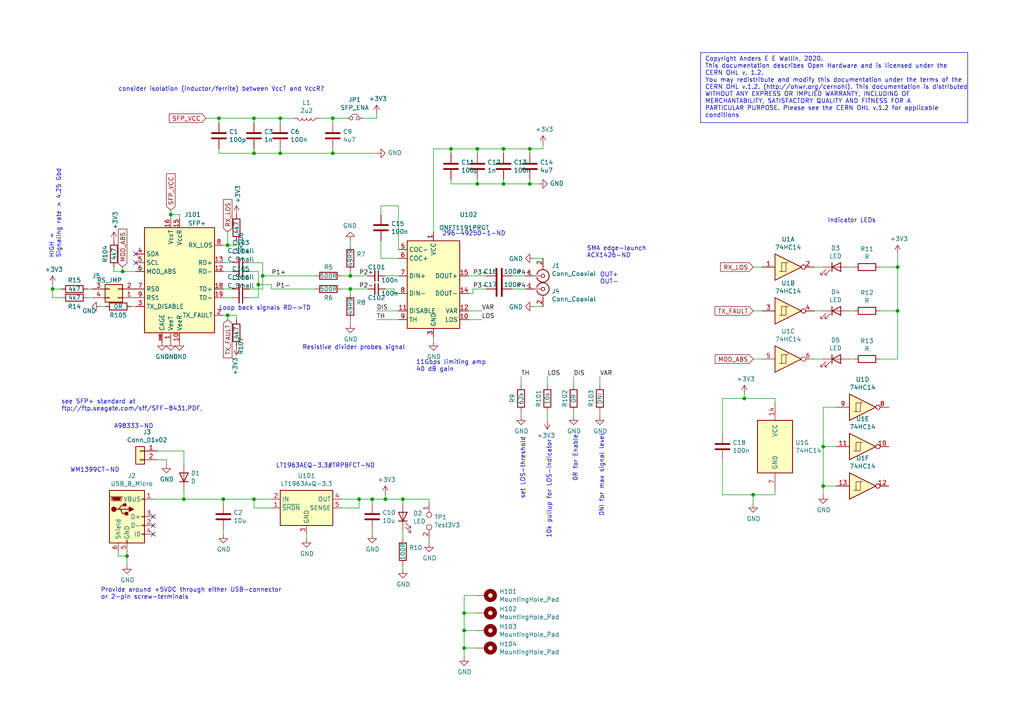
<source format=kicad_sch>
(kicad_sch (version 20230121) (generator eeschema)
  (paper "A4")
  (title_block (title "SFP Loopback Board") (company "Anders.e.e.Wallin \"at\" gmail.com") (comment 1 "2019-04: add 100n caps before ONET-inputs"))
  (lib_symbols
    (symbol "74xx:74HC14" (pin_names (offset 1.016))
      (property "Reference" "U" (at 0 1.27 0))
      (property "Value" "74HC14" (at 0 -1.27 0))
      (symbol "74HC14_1_0"
        (pin input line (at -7.62 0 0) (length 3.81) (name "~") (number "1"))
        (pin output inverted (at 7.62 0 180) (length 3.81) (name "~") (number "2"))
      )
      (symbol "74HC14_2_0"
        (pin input line (at -7.62 0 0) (length 3.81) (name "~") (number "3"))
        (pin output inverted (at 7.62 0 180) (length 3.81) (name "~") (number "4"))
      )
      (symbol "74HC14_3_0"
        (pin input line (at -7.62 0 0) (length 3.81) (name "~") (number "5"))
        (pin output inverted (at 7.62 0 180) (length 3.81) (name "~") (number "6"))
      )
      (symbol "74HC14_4_0"
        (pin output inverted (at 7.62 0 180) (length 3.81) (name "~") (number "8"))
        (pin input line (at -7.62 0 0) (length 3.81) (name "~") (number "9"))
      )
      (symbol "74HC14_5_0"
        (pin output inverted (at 7.62 0 180) (length 3.81) (name "~") (number "10"))
        (pin input line (at -7.62 0 0) (length 3.81) (name "~") (number "11"))
      )
      (symbol "74HC14_6_0"
        (pin output inverted (at 7.62 0 180) (length 3.81) (name "~") (number "12"))
        (pin input line (at -7.62 0 0) (length 3.81) (name "~") (number "13"))
      )
      (symbol "74HC14_7_0"
        (pin power_in line (at 0 12.7 270) (length 5.08) (name "VCC") (number "14"))
        (pin power_in line (at 0 -12.7 90) (length 5.08) (name "GND") (number "7"))
      )
    )
    (symbol "Connector:Conn_Coaxial" (pin_names (offset 1.016) hide)
      (property "Reference" "J" (at 0.254 3.048 0))
      (property "Value" "Conn_Coaxial" (at 2.921 0 90))
      (symbol "Conn_Coaxial_1_1"
        (pin passive line (at -5.08 0 0) (length 2.54) (name "In") (number "1"))
        (pin passive line (at 0 -5.08 90) (length 2.54) (name "Ext") (number "2"))
      )
    )
    (symbol "Connector:TestPoint_2Pole" (pin_names (offset 0.762) hide)
      (property "Reference" "TP" (at 0 1.524 0))
      (property "Value" "TestPoint_2Pole" (at 0 -1.778 0))
      (symbol "TestPoint_2Pole_0_1"
        (pin passive line (at -5.08 0 0) (length 2.54) (name "1") (number "1"))
        (pin passive line (at 5.08 0 180) (length 2.54) (name "2") (number "2"))
      )
    )
    (symbol "Connector_Generic:Conn_01x02" (pin_names (offset 1.016) hide)
      (property "Reference" "J" (at 0 2.54 0))
      (property "Value" "Conn_01x02" (at 0 -5.08 0))
      (symbol "Conn_01x02_1_1"
        (pin passive line (at -5.08 0 0) (length 3.81) (name "Pin_1") (number "1"))
        (pin passive line (at -5.08 -2.54 0) (length 3.81) (name "Pin_2") (number "2"))
      )
    )
    (symbol "Connector_Generic:Conn_02x02_Counter_Clockwise" (pin_names (offset 1.016) hide)
      (property "Reference" "J" (at 1.27 2.54 0))
      (property "Value" "Conn_02x02_Counter_Clockwise" (at 1.27 -5.08 0))
      (symbol "Conn_02x02_Counter_Clockwise_1_1"
        (pin passive line (at -5.08 0 0) (length 3.81) (name "Pin_1") (number "1"))
        (pin passive line (at -5.08 -2.54 0) (length 3.81) (name "Pin_2") (number "2"))
        (pin passive line (at 7.62 -2.54 180) (length 3.81) (name "Pin_3") (number "3"))
        (pin passive line (at 7.62 0 180) (length 3.81) (name "Pin_4") (number "4"))
      )
    )
    (symbol "Device:C" (pin_numbers hide) (pin_names (offset 0.254))
      (property "Reference" "C" (at 0.635 2.54 0))
      (property "Value" "C" (at 0.635 -2.54 0))
      (symbol "C_1_1"
        (pin passive line (at 0 3.81 270) (length 2.794) (name "~") (number "1"))
        (pin passive line (at 0 -3.81 90) (length 2.794) (name "~") (number "2"))
      )
    )
    (symbol "Device:C_Small" (pin_numbers hide) (pin_names (offset 0.254) hide)
      (property "Reference" "C" (at 0.254 1.778 0))
      (property "Value" "C_Small" (at 0.254 -2.032 0))
      (symbol "C_Small_1_1"
        (pin passive line (at 0 2.54 270) (length 2.032) (name "~") (number "1"))
        (pin passive line (at 0 -2.54 90) (length 2.032) (name "~") (number "2"))
      )
    )
    (symbol "Device:D" (pin_numbers hide) (pin_names (offset 1.016) hide)
      (property "Reference" "D" (at 0 2.54 0))
      (property "Value" "D" (at 0 -2.54 0))
      (symbol "D_1_1"
        (pin passive line (at -3.81 0 0) (length 2.54) (name "K") (number "1"))
        (pin passive line (at 3.81 0 180) (length 2.54) (name "A") (number "2"))
      )
    )
    (symbol "Device:L" (pin_numbers hide) (pin_names (offset 1.016) hide)
      (property "Reference" "L" (at -1.27 0 90))
      (property "Value" "L" (at 1.905 0 90))
      (symbol "L_1_1"
        (pin passive line (at 0 3.81 270) (length 1.27) (name "1") (number "1"))
        (pin passive line (at 0 -3.81 90) (length 1.27) (name "2") (number "2"))
      )
    )
    (symbol "Device:LED" (pin_numbers hide) (pin_names (offset 1.016) hide)
      (property "Reference" "D" (at 0 2.54 0))
      (property "Value" "LED" (at 0 -2.54 0))
      (symbol "LED_1_1"
        (pin passive line (at -3.81 0 0) (length 2.54) (name "K") (number "1"))
        (pin passive line (at 3.81 0 180) (length 2.54) (name "A") (number "2"))
      )
    )
    (symbol "Device:R" (pin_numbers hide) (pin_names (offset 0))
      (property "Reference" "R" (at 2.032 0 90))
      (property "Value" "R" (at 0 0 90))
      (symbol "R_1_1"
        (pin passive line (at 0 3.81 270) (length 1.27) (name "~") (number "1"))
        (pin passive line (at 0 -3.81 90) (length 1.27) (name "~") (number "2"))
      )
    )
    (symbol "Interface:ONET1191PRGT"
      (property "Reference" "U" (at -7.62 13.97 0))
      (property "Value" "ONET1191PRGT" (at 8.89 13.97 0))
      (symbol "ONET1191PRGT_1_1"
        (pin power_in line (at 0 15.24 270) (length 2.54) (name "VCC") (number "1"))
        (pin open_collector line (at 10.16 -10.16 180) (length 2.54) (name "LOS") (number "10"))
        (pin input line (at -10.16 -7.62 0) (length 2.54) (name "DISABLE") (number "11"))
        (pin input line (at 10.16 -7.62 180) (length 2.54) (name "VAR") (number "12"))
        (pin passive line (at 0 -15.24 90) (length 2.54) hide (name "GND") (number "13"))
        (pin output line (at 10.16 -2.54 180) (length 2.54) (name "DOUT-") (number "14"))
        (pin output line (at 10.16 2.54 180) (length 2.54) (name "DOUT+") (number "15"))
        (pin passive line (at 0 -15.24 90) (length 2.54) hide (name "GND") (number "16"))
        (pin passive line (at 0 -15.24 90) (length 2.54) hide (name "GND") (number "17"))
        (pin passive line (at 0 15.24 270) (length 2.54) hide (name "VCC") (number "2"))
        (pin power_in line (at 0 -15.24 90) (length 2.54) (name "GND") (number "3"))
        (pin passive line (at 0 -15.24 90) (length 2.54) hide (name "GND") (number "4"))
        (pin passive line (at -10.16 10.16 0) (length 2.54) (name "COC-") (number "5"))
        (pin passive line (at -10.16 7.62 0) (length 2.54) (name "COC+") (number "6"))
        (pin input line (at -10.16 2.54 0) (length 2.54) (name "DIN+") (number "7"))
        (pin input line (at -10.16 -2.54 0) (length 2.54) (name "DIN-") (number "8"))
        (pin input line (at -10.16 -10.16 0) (length 2.54) (name "TH") (number "9"))
      )
    )
    (symbol "Interface_Optical:SFP+"
      (property "Reference" "J" (at -8.89 16.51 0))
      (property "Value" "SFP+" (at 11.43 16.51 0))
      (symbol "SFP+_1_1"
        (pin power_in line (at -2.54 -17.78 90) (length 2.54) (name "VeeT") (number "1"))
        (pin power_in line (at 0 -17.78 90) (length 2.54) (name "VeeR") (number "10"))
        (pin passive line (at 0 -17.78 90) (length 2.54) hide (name "VeeR") (number "11"))
        (pin output line (at 12.7 2.54 180) (length 2.54) (name "RD-") (number "12"))
        (pin output line (at 12.7 5.08 180) (length 2.54) (name "RD+") (number "13"))
        (pin passive line (at 0 -17.78 90) (length 2.54) hide (name "VeeR") (number "14"))
        (pin power_in line (at 0 17.78 270) (length 2.54) (name "VccR") (number "15"))
        (pin power_in line (at -2.54 17.78 270) (length 2.54) (name "VccT") (number "16"))
        (pin passive line (at -2.54 -17.78 90) (length 2.54) hide (name "VeeT") (number "17"))
        (pin input line (at 12.7 -2.54 180) (length 2.54) (name "TD+") (number "18"))
        (pin input line (at 12.7 -5.08 180) (length 2.54) (name "TD-") (number "19"))
        (pin open_collector line (at 12.7 -10.16 180) (length 2.54) (name "TX_FAULT") (number "2"))
        (pin passive line (at -2.54 -17.78 90) (length 2.54) hide (name "VeeT") (number "20"))
        (pin input line (at -12.7 -7.62 0) (length 2.54) (name "TX_DISABLE") (number "3"))
        (pin bidirectional line (at -12.7 7.62 0) (length 2.54) (name "SDA") (number "4"))
        (pin input line (at -12.7 5.08 0) (length 2.54) (name "SCL") (number "5"))
        (pin passive line (at -12.7 2.54 0) (length 2.54) (name "MOD_ABS") (number "6"))
        (pin input line (at -12.7 -2.54 0) (length 2.54) (name "RS0") (number "7"))
        (pin open_collector line (at 12.7 10.16 180) (length 2.54) (name "RX_LOS") (number "8"))
        (pin input line (at -12.7 -5.08 0) (length 2.54) (name "RS1") (number "9"))
        (pin passive line (at -5.08 -17.78 90) (length 2.54) (name "CAGE") (number "CAGE"))
      )
    )
    (symbol "Mechanical:MountingHole_Pad" (pin_numbers hide) (pin_names (offset 1.016) hide)
      (property "Reference" "H" (at 0 6.35 0))
      (property "Value" "MountingHole_Pad" (at 0 4.445 0))
      (symbol "MountingHole_Pad_1_1"
        (pin input line (at 0 -2.54 90) (length 2.54) (name "1") (number "1"))
      )
    )
    (symbol "Regulator_Linear:LT1963AxQ-3.3"
      (property "Reference" "U" (at -7.62 6.35 0))
      (property "Value" "LT1963AxQ-3.3" (at -1.27 6.35 0))
      (symbol "LT1963AxQ-3.3_1_1"
        (pin input line (at -10.16 0 0) (length 2.54) (name "~{SHDN}") (number "1"))
        (pin power_in line (at -10.16 2.54 0) (length 2.54) (name "IN") (number "2"))
        (pin power_in line (at 0 -7.62 90) (length 2.54) (name "GND") (number "3"))
        (pin power_out line (at 10.16 2.54 180) (length 2.54) (name "OUT") (number "4"))
        (pin input line (at 10.16 0 180) (length 2.54) (name "SENSE") (number "5"))
      )
    )
    (symbol "power:+3V3" (power) (pin_names (offset 0))
      (property "Value" "+3V3" (at 0 3.556 0))
      (symbol "+3V3_1_1"
        (pin power_in line (at 0 0 90) (length 0) hide (name "+3V3") (number "1"))
      )
    )
    (symbol "power:GND" (power) (pin_names (offset 0))
      (property "Value" "GND" (at 0 -3.81 0))
      (symbol "GND_1_1"
        (pin power_in line (at 0 0 270) (length 0) hide (name "GND") (number "1"))
      )
    )
    (symbol "sfp_loopback-rescue:Jumper_NC_Small-Device" (pin_numbers hide) (pin_names (offset 0.762) hide)
      (property "Reference" "JP" (at 0 2.032 0))
      (property "Value" "Device_Jumper_NC_Small" (at 0.254 -1.524 0))
      (symbol "Jumper_NC_Small-Device_0_1"
        (pin passive line (at -2.54 0 0) (length 1.016) (name "1") (number "1"))
        (pin passive line (at 2.54 0 180) (length 1.016) (name "2") (number "2"))
      )
    )
    (symbol "sfp_loopback-rescue:USB_B_Micro-Connector" (pin_names (offset 1.016))
      (property "Reference" "J" (at -5.08 11.43 0))
      (property "Value" "Connector_USB_B_Micro" (at -5.08 8.89 0))
      (symbol "USB_B_Micro-Connector_1_1"
        (pin power_out line (at 7.62 5.08 180) (length 2.54) (name "VBUS") (number "1"))
        (pin passive line (at 7.62 -2.54 180) (length 2.54) (name "D-") (number "2"))
        (pin passive line (at 7.62 0 180) (length 2.54) (name "D+") (number "3"))
        (pin passive line (at 7.62 -5.08 180) (length 2.54) (name "ID") (number "4"))
        (pin power_out line (at 0 -10.16 90) (length 2.54) (name "GND") (number "5"))
        (pin passive line (at -2.54 -10.16 90) (length 2.54) (name "Shield") (number "6"))
      )
    )
  )
  (junction (at 116.84 144.78))
  (junction (at 138.43 43.18))
  (junction (at 73.66 44.45))
  (junction (at 73.66 34.29))
  (junction (at 238.76 129.54))
  (junction (at 101.6 83.82))
  (junction (at 96.52 44.45))
  (junction (at 134.62 182.88))
  (junction (at 73.66 144.78))
  (junction (at 66.04 91.44))
  (junction (at 76.2 80.01))
  (junction (at 130.81 43.18))
  (junction (at 49.53 62.23))
  (junction (at 107.95 144.78))
  (junction (at 153.67 43.18))
  (junction (at 134.62 177.8))
  (junction (at 260.35 90.17))
  (junction (at 218.44 143.51))
  (junction (at 96.52 34.29))
  (junction (at 15.24 83.82))
  (junction (at 81.28 44.45))
  (junction (at 64.77 144.78))
  (junction (at 81.28 34.29))
  (junction (at 101.6 80.01))
  (junction (at 260.35 77.47))
  (junction (at 35.56 78.74))
  (junction (at 134.62 187.96))
  (junction (at 66.04 71.12))
  (junction (at 238.76 140.97))
  (junction (at 36.83 161.29))
  (junction (at 104.14 144.78))
  (junction (at 111.76 144.78))
  (junction (at 146.05 53.34))
  (junction (at 74.93 82.55))
  (junction (at 53.34 144.78))
  (junction (at 138.43 53.34))
  (junction (at 215.9 115.57))
  (junction (at 63.5 34.29))
  (junction (at 146.05 43.18))
  (junction (at 153.67 53.34))
  (no_connect (at 44.45 149.86))
  (no_connect (at 39.37 76.2))
  (no_connect (at 44.45 154.94))
  (no_connect (at 44.45 152.4))
  (no_connect (at 39.37 73.66))
  (wire (pts (xy 73.66 147.32) (xy 73.66 144.78)))
  (polyline (pts (xy 203.2 35.56) (xy 203.2 15.24)))
  (wire (pts (xy 73.66 34.29) (xy 63.5 34.29)))
  (wire (pts (xy 116.84 156.21) (xy 116.84 153.67)))
  (wire (pts (xy 78.74 83.82) (xy 91.44 83.82)))
  (wire (pts (xy 115.57 74.93) (xy 110.49 74.93)))
  (wire (pts (xy 63.5 34.29) (xy 59.69 34.29)))
  (wire (pts (xy 260.35 73.66) (xy 260.35 77.47)))
  (wire (pts (xy 81.28 34.29) (xy 73.66 34.29)))
  (wire (pts (xy 260.35 77.47) (xy 255.27 77.47)))
  (wire (pts (xy 66.04 91.44) (xy 68.58 91.44)))
  (wire (pts (xy 138.43 182.88) (xy 134.62 182.88)))
  (wire (pts (xy 242.57 129.54) (xy 238.76 129.54)))
  (wire (pts (xy 152.4 83.82) (xy 148.59 83.82)))
  (wire (pts (xy 100.33 34.29) (xy 96.52 34.29)))
  (wire (pts (xy 15.24 86.36) (xy 17.78 86.36)))
  (wire (pts (xy 130.81 43.18) (xy 130.81 44.45)))
  (wire (pts (xy 138.43 187.96) (xy 134.62 187.96)))
  (wire (pts (xy 125.73 99.06) (xy 125.73 97.79)))
  (wire (pts (xy 96.52 43.18) (xy 96.52 44.45)))
  (wire (pts (xy 115.57 59.69) (xy 110.49 59.69)))
  (wire (pts (xy 157.48 88.9) (xy 154.94 88.9)))
  (wire (pts (xy 130.81 43.18) (xy 138.43 43.18)))
  (wire (pts (xy 125.73 43.18) (xy 130.81 43.18)))
  (wire (pts (xy 68.58 91.44) (xy 68.58 92.71)))
  (wire (pts (xy 53.34 142.24) (xy 53.34 144.78)))
  (wire (pts (xy 220.98 77.47) (xy 218.44 77.47)))
  (wire (pts (xy 73.66 44.45) (xy 63.5 44.45)))
  (wire (pts (xy 238.76 77.47) (xy 236.22 77.47)))
  (wire (pts (xy 25.4 83.82) (xy 26.67 83.82)))
  (wire (pts (xy 72.39 86.36) (xy 74.93 86.36)))
  (wire (pts (xy 135.89 80.01) (xy 140.97 80.01)))
  (wire (pts (xy 110.49 62.23) (xy 110.49 59.69)))
  (wire (pts (xy 66.04 67.31) (xy 66.04 71.12)))
  (wire (pts (xy 81.28 44.45) (xy 73.66 44.45)))
  (wire (pts (xy 99.06 144.78) (xy 104.14 144.78)))
  (wire (pts (xy 124.46 144.78) (xy 116.84 144.78)))
  (polyline (pts (xy 280.67 35.56) (xy 203.2 35.56)))
  (wire (pts (xy 106.68 83.82) (xy 101.6 83.82)))
  (wire (pts (xy 140.97 83.82) (xy 137.16 83.82)))
  (wire (pts (xy 52.07 63.5) (xy 52.07 62.23)))
  (wire (pts (xy 247.65 90.17) (xy 246.38 90.17)))
  (wire (pts (xy 107.95 144.78) (xy 107.95 146.05)))
  (wire (pts (xy 78.74 83.82) (xy 78.74 82.55)))
  (wire (pts (xy 157.48 74.93) (xy 154.94 74.93)))
  (wire (pts (xy 48.26 133.35) (xy 48.26 134.62)))
  (wire (pts (xy 238.76 90.17) (xy 236.22 90.17)))
  (wire (pts (xy 109.22 34.29) (xy 105.41 34.29)))
  (wire (pts (xy 124.46 146.05) (xy 124.46 144.78)))
  (wire (pts (xy 35.56 78.74) (xy 35.56 77.47)))
  (wire (pts (xy 106.68 80.01) (xy 101.6 80.01)))
  (wire (pts (xy 220.98 104.14) (xy 218.44 104.14)))
  (wire (pts (xy 153.67 43.18) (xy 153.67 44.45)))
  (wire (pts (xy 224.79 115.57) (xy 215.9 115.57)))
  (wire (pts (xy 91.44 80.01) (xy 76.2 80.01)))
  (wire (pts (xy 67.31 76.2) (xy 64.77 76.2)))
  (wire (pts (xy 146.05 53.34) (xy 138.43 53.34)))
  (wire (pts (xy 215.9 115.57) (xy 215.9 114.3)))
  (wire (pts (xy 53.34 134.62) (xy 53.34 130.81)))
  (wire (pts (xy 153.67 53.34) (xy 153.67 52.07)))
  (wire (pts (xy 36.83 161.29) (xy 36.83 163.83)))
  (wire (pts (xy 101.6 83.82) (xy 99.06 83.82)))
  (wire (pts (xy 25.4 86.36) (xy 26.67 86.36)))
  (wire (pts (xy 146.05 53.34) (xy 146.05 52.07)))
  (wire (pts (xy 76.2 76.2) (xy 72.39 76.2)))
  (wire (pts (xy 153.67 53.34) (xy 146.05 53.34)))
  (wire (pts (xy 166.37 111.76) (xy 166.37 109.22)))
  (wire (pts (xy 134.62 187.96) (xy 134.62 190.5)))
  (wire (pts (xy 146.05 43.18) (xy 153.67 43.18)))
  (wire (pts (xy 104.14 147.32) (xy 104.14 144.78)))
  (wire (pts (xy 146.05 43.18) (xy 146.05 44.45)))
  (wire (pts (xy 15.24 83.82) (xy 17.78 83.82)))
  (wire (pts (xy 74.93 86.36) (xy 74.93 82.55)))
  (wire (pts (xy 73.66 35.56) (xy 73.66 34.29)))
  (polyline (pts (xy 280.67 15.24) (xy 280.67 35.56)))
  (wire (pts (xy 15.24 82.55) (xy 15.24 83.82)))
  (wire (pts (xy 111.76 144.78) (xy 107.95 144.78)))
  (wire (pts (xy 111.76 144.78) (xy 116.84 144.78)))
  (wire (pts (xy 64.77 91.44) (xy 66.04 91.44)))
  (wire (pts (xy 96.52 34.29) (xy 92.71 34.29)))
  (wire (pts (xy 152.4 80.01) (xy 148.59 80.01)))
  (wire (pts (xy 209.55 115.57) (xy 209.55 125.73)))
  (wire (pts (xy 101.6 85.09) (xy 101.6 83.82)))
  (wire (pts (xy 157.48 41.91) (xy 157.48 43.18)))
  (wire (pts (xy 76.2 83.82) (xy 76.2 80.01)))
  (wire (pts (xy 135.89 92.71) (xy 139.7 92.71)))
  (wire (pts (xy 36.83 160.02) (xy 36.83 161.29)))
  (wire (pts (xy 224.79 116.84) (xy 224.79 115.57)))
  (wire (pts (xy 49.53 62.23) (xy 49.53 63.5)))
  (wire (pts (xy 138.43 177.8) (xy 134.62 177.8)))
  (wire (pts (xy 115.57 72.39) (xy 115.57 59.69)))
  (wire (pts (xy 34.29 160.02) (xy 34.29 161.29)))
  (wire (pts (xy 134.62 182.88) (xy 134.62 187.96)))
  (wire (pts (xy 242.57 140.97) (xy 238.76 140.97)))
  (wire (pts (xy 111.76 80.01) (xy 115.57 80.01)))
  (wire (pts (xy 137.16 85.09) (xy 137.16 83.82)))
  (wire (pts (xy 45.72 133.35) (xy 48.26 133.35)))
  (wire (pts (xy 30.48 88.9) (xy 29.21 88.9)))
  (wire (pts (xy 116.84 144.78) (xy 116.84 146.05)))
  (wire (pts (xy 67.31 83.82) (xy 64.77 83.82)))
  (wire (pts (xy 156.21 53.34) (xy 153.67 53.34)))
  (wire (pts (xy 34.29 161.29) (xy 36.83 161.29)))
  (wire (pts (xy 224.79 142.24) (xy 224.79 143.51)))
  (wire (pts (xy 138.43 172.72) (xy 134.62 172.72)))
  (wire (pts (xy 107.95 154.94) (xy 107.95 153.67)))
  (polyline (pts (xy 203.2 15.24) (xy 280.67 15.24)))
  (wire (pts (xy 115.57 92.71) (xy 109.22 92.71)))
  (wire (pts (xy 33.02 78.74) (xy 33.02 77.47)))
  (wire (pts (xy 66.04 92.71) (xy 66.04 91.44)))
  (wire (pts (xy 166.37 120.65) (xy 166.37 119.38)))
  (wire (pts (xy 260.35 90.17) (xy 255.27 90.17)))
  (wire (pts (xy 238.76 104.14) (xy 236.22 104.14)))
  (wire (pts (xy 247.65 104.14) (xy 246.38 104.14)))
  (wire (pts (xy 114.3 83.82) (xy 111.76 83.82)))
  (wire (pts (xy 238.76 118.11) (xy 238.76 129.54)))
  (wire (pts (xy 135.89 90.17) (xy 139.7 90.17)))
  (wire (pts (xy 110.49 74.93) (xy 110.49 69.85)))
  (wire (pts (xy 135.89 85.09) (xy 137.16 85.09)))
  (wire (pts (xy 125.73 43.18) (xy 125.73 67.31)))
  (wire (pts (xy 138.43 43.18) (xy 146.05 43.18)))
  (wire (pts (xy 78.74 82.55) (xy 74.93 82.55)))
  (wire (pts (xy 73.66 144.78) (xy 78.74 144.78)))
  (wire (pts (xy 260.35 104.14) (xy 255.27 104.14)))
  (wire (pts (xy 260.35 90.17) (xy 260.35 104.14)))
  (wire (pts (xy 15.24 86.36) (xy 15.24 83.82)))
  (wire (pts (xy 157.48 43.18) (xy 153.67 43.18)))
  (wire (pts (xy 64.77 144.78) (xy 73.66 144.78)))
  (wire (pts (xy 134.62 177.8) (xy 134.62 182.88)))
  (wire (pts (xy 173.99 120.65) (xy 173.99 119.38)))
  (wire (pts (xy 63.5 35.56) (xy 63.5 34.29)))
  (wire (pts (xy 74.93 78.74) (xy 72.39 78.74)))
  (wire (pts (xy 218.44 143.51) (xy 218.44 146.05)))
  (wire (pts (xy 101.6 71.12) (xy 101.6 69.85)))
  (wire (pts (xy 224.79 143.51) (xy 218.44 143.51)))
  (wire (pts (xy 158.75 111.76) (xy 158.75 109.22)))
  (wire (pts (xy 151.13 120.65) (xy 151.13 119.38)))
  (wire (pts (xy 130.81 53.34) (xy 130.81 52.07)))
  (wire (pts (xy 109.22 44.45) (xy 96.52 44.45)))
  (wire (pts (xy 64.77 146.05) (xy 64.77 144.78)))
  (wire (pts (xy 44.45 144.78) (xy 53.34 144.78)))
  (wire (pts (xy 111.76 143.51) (xy 111.76 144.78)))
  (wire (pts (xy 85.09 34.29) (xy 81.28 34.29)))
  (wire (pts (xy 39.37 88.9) (xy 38.1 88.9)))
  (wire (pts (xy 35.56 78.74) (xy 33.02 78.74)))
  (wire (pts (xy 238.76 129.54) (xy 238.76 140.97)))
  (wire (pts (xy 39.37 78.74) (xy 35.56 78.74)))
  (wire (pts (xy 101.6 80.01) (xy 99.06 80.01)))
  (wire (pts (xy 116.84 165.1) (xy 116.84 163.83)))
  (wire (pts (xy 115.57 90.17) (xy 109.22 90.17)))
  (wire (pts (xy 81.28 43.18) (xy 81.28 44.45)))
  (wire (pts (xy 151.13 109.22) (xy 151.13 111.76)))
  (wire (pts (xy 63.5 44.45) (xy 63.5 43.18)))
  (wire (pts (xy 104.14 144.78) (xy 107.95 144.78)))
  (wire (pts (xy 45.72 130.81) (xy 53.34 130.81)))
  (wire (pts (xy 138.43 53.34) (xy 130.81 53.34)))
  (wire (pts (xy 242.57 118.11) (xy 238.76 118.11)))
  (wire (pts (xy 247.65 77.47) (xy 246.38 77.47)))
  (wire (pts (xy 81.28 35.56) (xy 81.28 34.29)))
  (wire (pts (xy 73.66 43.18) (xy 73.66 44.45)))
  (wire (pts (xy 88.9 156.21) (xy 88.9 154.94)))
  (wire (pts (xy 78.74 147.32) (xy 73.66 147.32)))
  (wire (pts (xy 158.75 119.38) (xy 158.75 121.92)))
  (wire (pts (xy 96.52 44.45) (xy 81.28 44.45)))
  (wire (pts (xy 109.22 33.02) (xy 109.22 34.29)))
  (wire (pts (xy 134.62 172.72) (xy 134.62 177.8)))
  (wire (pts (xy 220.98 90.17) (xy 218.44 90.17)))
  (wire (pts (xy 76.2 80.01) (xy 76.2 76.2)))
  (wire (pts (xy 96.52 35.56) (xy 96.52 34.29)))
  (wire (pts (xy 74.93 82.55) (xy 74.93 78.74)))
  (wire (pts (xy 64.77 154.94) (xy 64.77 153.67)))
  (wire (pts (xy 173.99 111.76) (xy 173.99 109.22)))
  (wire (pts (xy 66.04 71.12) (xy 64.77 71.12)))
  (wire (pts (xy 124.46 157.48) (xy 124.46 156.21)))
  (wire (pts (xy 67.31 78.74) (xy 64.77 78.74)))
  (wire (pts (xy 238.76 140.97) (xy 238.76 143.51)))
  (wire (pts (xy 115.57 85.09) (xy 114.3 85.09)))
  (wire (pts (xy 101.6 78.74) (xy 101.6 80.01)))
  (wire (pts (xy 209.55 143.51) (xy 209.55 133.35)))
  (wire (pts (xy 114.3 85.09) (xy 114.3 83.82)))
  (wire (pts (xy 260.35 77.47) (xy 260.35 90.17)))
  (wire (pts (xy 215.9 115.57) (xy 209.55 115.57)))
  (wire (pts (xy 138.43 43.18) (xy 138.43 44.45)))
  (wire (pts (xy 138.43 53.34) (xy 138.43 52.07)))
  (wire (pts (xy 68.58 69.85) (xy 68.58 71.12)))
  (wire (pts (xy 99.06 147.32) (xy 104.14 147.32)))
  (wire (pts (xy 218.44 143.51) (xy 209.55 143.51)))
  (wire (pts (xy 101.6 93.98) (xy 101.6 92.71)))
  (wire (pts (xy 53.34 144.78) (xy 64.77 144.78)))
  (wire (pts (xy 68.58 71.12) (xy 66.04 71.12)))
  (wire (pts (xy 49.53 60.96) (xy 49.53 62.23)))
  (wire (pts (xy 72.39 83.82) (xy 76.2 83.82)))
  (wire (pts (xy 52.07 62.23) (xy 49.53 62.23)))
  (wire (pts (xy 67.31 86.36) (xy 64.77 86.36)))
  (text "consider isolation (inductor/ferrite) between VccT and VccR?" (at 34.29 26.67 0) (effects (font (size 1.27 1.27)) (justify left bottom)))
  (text "Copyright Anders E E Wallin, 2020.\nThis documentation describes Open Hardware and is licensed under the\nCERN OHL v. 1.2.\nYou may redistribute and modify this documentation under the terms of the\nCERN OHL v.1.2. (http://ohwr.org/cernohl). This documentation is distributed\nWITHOUT ANY EXPRESS OR IMPLIED WARRANTY, INCLUDING OF\nMERCHANTABILITY, SATISFACTORY QUALITY AND FITNESS FOR A\nPARTICULAR PURPOSE. Please see the CERN OHL v.1.2 for applicable\nconditions\n" (at 204.47 34.29 0) (effects (font (size 1.27 1.27)) (justify left bottom)))
  (text "10k pullup for LOS-indicator" (at 160.02 156.21 90) (effects (font (size 1.27 1.27)) (justify left bottom)))
  (text "LT1963AEQ-3.3#TRPBFCT-ND" (at 80.01 135.89 0) (effects (font (size 1.27 1.27)) (justify left bottom)))
  (text "Indicator LEDs" (at 240.03 64.77 0) (effects (font (size 1.27 1.27)) (justify left bottom)))
  (text "A98333-ND" (at 33.02 124.46 0) (effects (font (size 1.27 1.27)) (justify left bottom)))
  (text "WM1399CT-ND" (at 20.32 137.16 0) (effects (font (size 1.27 1.27)) (justify left bottom)))
  (text "set LOS-threshold" (at 152.4 144.78 90) (effects (font (size 1.27 1.27)) (justify left bottom)))
  (text "0R for Enable" (at 167.64 139.7 90) (effects (font (size 1.27 1.27)) (justify left bottom)))
  (text "DNI for max signal level" (at 175.26 149.86 90) (effects (font (size 1.27 1.27)) (justify left bottom)))
  (text "HIGH =\nSignaling rate > 4.25 Gbd" (at 17.78 74.93 90) (effects (font (size 1.27 1.27)) (justify left bottom)))
  (text "SMA edge-launch\nACX1426-ND" (at 170.18 74.93 0) (effects (font (size 1.27 1.27)) (justify left bottom)))
  (text "see SFP+ standard at\nftp://ftp.seagate.com/sff/SFF-8431.PDF," (at 17.78 119.38 0) (effects (font (size 1.27 1.27)) (justify left bottom)))
  (text "OUT+\nOUT-" (at 173.99 82.55 0) (effects (font (size 1.27 1.27)) (justify left bottom)))
  (text "Provide around +5VDC through either USB-connector\nor 2-pin screw-terminals" (at 29.21 173.99 0) (effects (font (size 1.27 1.27)) (justify left bottom)))
  (text "11Gbps limiting amp\n40 dB gain" (at 120.65 107.95 0) (effects (font (size 1.27 1.27)) (justify left bottom)))
  (text "Loop back signals RD->TD" (at 63.5 90.17 0) (effects (font (size 1.27 1.27)) (justify left bottom)))
  (text "Resistive divider probes signal" (at 87.63 101.6 0) (effects (font (size 1.27 1.27)) (justify left bottom)))
  (text "296-49250-1-ND" (at 128.27 68.58 0) (effects (font (size 1.27 1.27)) (justify left bottom)))
  (label "LOS" (at 139.7 92.71 0))
  (label "P4-" (at 149.86 83.82 0))
  (label "TH" (at 109.22 92.71 0))
  (label "DIS" (at 166.37 109.22 0))
  (label "VAR" (at 173.99 109.22 0))
  (label "P3-" (at 137.16 83.82 0))
  (label "TH" (at 151.13 109.22 0))
  (label "P1-" (at 80.01 83.82 0))
  (label "P3+" (at 137.16 80.01 0))
  (label "LOS" (at 158.75 109.22 0))
  (label "VAR" (at 139.7 90.17 0))
  (label "P2+" (at 104.14 80.01 0))
  (label "P4+" (at 149.86 80.01 0))
  (label "P1+" (at 78.74 80.01 0))
  (label "P2-" (at 104.14 83.82 0))
  (label "DIS" (at 109.22 90.17 0))
  (global_label "MOD_ABS" (shape input) (at 35.56 77.47 90) (property "Intersheetrefs" "${INTERSHEET_REFS}" (effects hide)))
  (global_label "SFP_VCC" (shape input) (at 59.69 34.29 180) (property "Intersheetrefs" "${INTERSHEET_REFS}" (effects hide)))
  (global_label "TX_FAULT" (shape input) (at 218.44 90.17 180) (property "Intersheetrefs" "${INTERSHEET_REFS}" (effects hide)))
  (global_label "SFP_VCC" (shape input) (at 49.53 60.96 90) (property "Intersheetrefs" "${INTERSHEET_REFS}" (effects hide)))
  (global_label "RX_LOS" (shape input) (at 66.04 67.31 90) (property "Intersheetrefs" "${INTERSHEET_REFS}" (effects hide)))
  (global_label "MOD_ABS" (shape input) (at 218.44 104.14 180) (property "Intersheetrefs" "${INTERSHEET_REFS}" (effects hide)))
  (global_label "TX_FAULT" (shape input) (at 66.04 92.71 270) (property "Intersheetrefs" "${INTERSHEET_REFS}" (effects hide)))
  (global_label "RX_LOS" (shape input) (at 218.44 77.47 180) (property "Intersheetrefs" "${INTERSHEET_REFS}" (effects hide)))
  (symbol (lib_id "Connector:Conn_Coaxial") (at 157.48 80.01 0) (mirror x) (unit 1)
    (property "Reference" "J1" (at 159.9946 77.0636 0) (effects (justify left)))
    (property "Value" "Conn_Coaxial" (at 159.9946 79.375 0) (effects (justify left)))
    (property "Footprint" "Connector_Coaxial:SMA_Amphenol_132289_EdgeMount" (effects hide))
    (property "Datasheet" " ~" (effects hide))
  )
  (symbol (lib_id "Device:R") (at 95.25 83.82 270) (unit 1)
    (property "Reference" "R6" (at 95.25 86.36 90))
    (property "Value" "500R" (at 95.25 83.82 90))
    (property "Footprint" "Resistors_SMD:R_0402" (effects hide))
  )
  (symbol (lib_id "Device:R") (at 101.6 88.9 180) (unit 1)
    (property "Reference" "R8" (at 103.378 87.7316 0) (effects (justify right)))
    (property "Value" "49R9" (at 101.6 91.44 90) (effects (justify right)))
    (property "Footprint" "Resistors_SMD:R_0402" (effects hide))
  )
  (symbol (lib_id "Device:R") (at 95.25 80.01 90) (unit 1)
    (property "Reference" "R5" (at 95.25 77.47 90))
    (property "Value" "500R" (at 95.25 80.01 90))
    (property "Footprint" "Resistors_SMD:R_0402" (effects hide))
  )
  (symbol (lib_id "Device:R") (at 101.6 74.93 0) (unit 1)
    (property "Reference" "R7" (at 103.378 73.7616 0) (effects (justify left)))
    (property "Value" "49R9" (at 101.6 77.47 90) (effects (justify left)))
    (property "Footprint" "Resistors_SMD:R_0402" (effects hide))
  )
  (symbol (lib_id "Device:C") (at 144.78 83.82 270) (unit 1)
    (property "Reference" "C17" (at 142.24 82.55 90))
    (property "Value" "100n" (at 148.59 82.55 90))
    (property "Footprint" "Capacitors_SMD:C_0805" (effects hide))
  )
  (symbol (lib_id "Device:C") (at 144.78 80.01 270) (unit 1)
    (property "Reference" "C16" (at 142.24 78.74 90))
    (property "Value" "100n" (at 148.59 78.74 90))
    (property "Footprint" "Capacitors_SMD:C_0805" (effects hide))
  )
  (symbol (lib_id "Connector:Conn_Coaxial") (at 157.48 83.82 0) (unit 1)
    (property "Reference" "J4" (at 159.9946 84.4296 0) (effects (justify left)))
    (property "Value" "Conn_Coaxial" (at 159.9946 86.741 0) (effects (justify left)))
    (property "Footprint" "Connector_Coaxial:SMA_Amphenol_132289_EdgeMount" (effects hide))
    (property "Datasheet" " ~" (effects hide))
  )
  (symbol (lib_id "Device:C") (at 110.49 66.04 180) (unit 1)
    (property "Reference" "C15" (at 113.411 64.8716 0) (effects (justify right)))
    (property "Value" "100n" (at 113.411 67.183 0) (effects (justify right)))
    (property "Footprint" "Capacitors_SMD:C_0402" (effects hide))
  )
  (symbol (lib_id "Device:C") (at 130.81 48.26 180) (unit 1)
    (property "Reference" "C11" (at 133.731 47.0916 0) (effects (justify right)))
    (property "Value" "100p" (at 133.731 49.403 0) (effects (justify right)))
    (property "Footprint" "Capacitors_SMD:C_0805" (effects hide))
  )
  (symbol (lib_id "Device:C") (at 138.43 48.26 180) (unit 1)
    (property "Reference" "C12" (at 141.351 47.0916 0) (effects (justify right)))
    (property "Value" "1n" (at 141.351 49.403 0) (effects (justify right)))
    (property "Footprint" "Capacitors_SMD:C_0805" (effects hide))
  )
  (symbol (lib_id "Device:C") (at 146.05 48.26 180) (unit 1)
    (property "Reference" "C13" (at 148.971 47.0916 0) (effects (justify right)))
    (property "Value" "100n" (at 148.971 49.403 0) (effects (justify right)))
    (property "Footprint" "Capacitors_SMD:C_0805" (effects hide))
  )
  (symbol (lib_id "Device:C") (at 153.67 48.26 180) (unit 1)
    (property "Reference" "C14" (at 156.591 47.0916 0) (effects (justify right)))
    (property "Value" "4u7" (at 156.591 49.403 0) (effects (justify right)))
    (property "Footprint" "Capacitors_SMD:C_0805" (effects hide))
  )
  (symbol (lib_id "power:GND") (at 156.21 53.34 90) (unit 1)
    (property "Reference" "#PWR0102" (effects hide))
    (property "Value" "GND" (at 159.4612 53.213 90) (effects (justify right)))
  )
  (symbol (lib_id "power:+3V3") (at 157.48 41.91 0) (unit 1)
    (property "Reference" "#PWR0103" (effects hide))
    (property "Value" "+3V3" (at 157.861 37.5158 0))
  )
  (symbol (lib_id "power:GND") (at 125.73 99.06 0) (unit 1)
    (property "Reference" "#PWR0104" (effects hide))
    (property "Value" "GND" (at 125.857 103.4542 0))
  )
  (symbol (lib_id "Device:R") (at 151.13 115.57 180) (unit 1)
    (property "Reference" "R9" (at 148.59 115.57 90))
    (property "Value" "62k" (at 151.13 115.57 90))
    (property "Footprint" "Resistor_SMD:R_0805_2012Metric" (effects hide))
  )
  (symbol (lib_id "power:GND") (at 154.94 88.9 270) (unit 1)
    (property "Reference" "#PWR0112" (effects hide))
    (property "Value" "GND" (at 151.6888 89.027 90) (effects (justify right)))
  )
  (symbol (lib_id "power:GND") (at 154.94 74.93 270) (unit 1)
    (property "Reference" "#PWR0113" (effects hide))
    (property "Value" "GND" (at 151.6888 75.057 90) (effects (justify right)))
  )
  (symbol (lib_id "Mechanical:MountingHole_Pad") (at 140.97 187.96 270) (unit 1)
    (property "Reference" "H104" (at 144.78 186.7916 90) (effects (justify left)))
    (property "Value" "MountingHole_Pad" (at 144.78 189.103 90) (effects (justify left)))
    (property "Footprint" "MountingHole:MountingHole_3.2mm_M3_DIN965_Pad" (effects hide))
  )
  (symbol (lib_id "Mechanical:MountingHole_Pad") (at 140.97 182.88 270) (unit 1)
    (property "Reference" "H103" (at 144.78 181.7116 90) (effects (justify left)))
    (property "Value" "MountingHole_Pad" (at 144.78 184.023 90) (effects (justify left)))
    (property "Footprint" "MountingHole:MountingHole_3.2mm_M3_DIN965_Pad" (effects hide))
  )
  (symbol (lib_id "Mechanical:MountingHole_Pad") (at 140.97 177.8 270) (unit 1)
    (property "Reference" "H102" (at 144.78 176.6316 90) (effects (justify left)))
    (property "Value" "MountingHole_Pad" (at 144.78 178.943 90) (effects (justify left)))
    (property "Footprint" "MountingHole:MountingHole_3.2mm_M3_DIN965_Pad" (effects hide))
  )
  (symbol (lib_id "Mechanical:MountingHole_Pad") (at 140.97 172.72 270) (unit 1)
    (property "Reference" "H101" (at 144.78 171.5516 90) (effects (justify left)))
    (property "Value" "MountingHole_Pad" (at 144.78 173.863 90) (effects (justify left)))
    (property "Footprint" "MountingHole:MountingHole_3.2mm_M3_DIN965_Pad" (effects hide))
  )
  (symbol (lib_id "power:GND") (at 134.62 190.5 0) (unit 1)
    (property "Reference" "#PWR0131" (effects hide))
    (property "Value" "GND" (at 134.747 194.8942 0))
  )
  (symbol (lib_id "power:GND") (at 101.6 69.85 180) (unit 1)
    (property "Reference" "#PWR0114" (effects hide))
    (property "Value" "GND" (at 101.473 65.4558 0))
  )
  (symbol (lib_id "power:GND") (at 101.6 93.98 0) (unit 1)
    (property "Reference" "#PWR0115" (effects hide))
    (property "Value" "GND" (at 101.727 98.3742 0))
  )
  (symbol (lib_id "power:GND") (at 151.13 120.65 0) (unit 1)
    (property "Reference" "#PWR0106" (effects hide))
    (property "Value" "GND" (at 151.257 125.0442 0))
  )
  (symbol (lib_id "sfp_loopback-rescue:USB_B_Micro-Connector") (at 36.83 149.86 0) (unit 1)
    (property "Reference" "J2" (at 38.227 137.9982 0))
    (property "Value" "USB_B_Micro" (at 38.227 140.3096 0))
    (property "Footprint" "Connectors_USB:USB_Micro-B_Molex-105017-0001" (effects hide))
  )
  (symbol (lib_id "Connector_Generic:Conn_01x02") (at 40.64 130.81 0) (mirror y) (unit 1)
    (property "Reference" "J3" (at 42.672 125.2982 0))
    (property "Value" "Conn_01x02" (at 42.672 127.6096 0))
    (property "Footprint" "Pin_Headers:Pin_Header_Straight_1x02_Pitch2.54mm" (effects hide))
  )
  (symbol (lib_id "power:GND") (at 36.83 163.83 0) (unit 1)
    (property "Reference" "#PWR0120" (effects hide))
    (property "Value" "GND" (at 36.957 168.2242 0))
  )
  (symbol (lib_id "74xx:74HC14") (at 228.6 77.47 0) (unit 1)
    (property "Reference" "U1" (at 228.6 69.4182 0))
    (property "Value" "74HC14" (at 228.6 71.7296 0))
    (property "Footprint" "Housings_SSOP:TSSOP-14_4.4x5mm_Pitch0.65mm" (effects hide))
    (property "Datasheet" "http://www.ti.com/lit/gpn/sn74HC14" (effects hide))
  )
  (symbol (lib_id "74xx:74HC14") (at 228.6 90.17 0) (unit 2)
    (property "Reference" "U1" (at 228.6 82.1182 0))
    (property "Value" "74HC14" (at 228.6 84.4296 0))
    (property "Footprint" "Housings_SSOP:TSSOP-14_4.4x5mm_Pitch0.65mm" (effects hide))
    (property "Datasheet" "http://www.ti.com/lit/gpn/sn74HC14" (effects hide))
  )
  (symbol (lib_id "74xx:74HC14") (at 228.6 104.14 0) (unit 3)
    (property "Reference" "U1" (at 228.6 96.0882 0))
    (property "Value" "74HC14" (at 228.6 98.3996 0))
    (property "Footprint" "Housings_SSOP:TSSOP-14_4.4x5mm_Pitch0.65mm" (effects hide))
    (property "Datasheet" "http://www.ti.com/lit/gpn/sn74HC14" (effects hide))
  )
  (symbol (lib_id "Device:LED") (at 242.57 77.47 0) (unit 1)
    (property "Reference" "D3" (at 242.3414 71.9836 0))
    (property "Value" "LED" (at 242.3414 74.295 0))
    (property "Footprint" "LEDs:LED_0805" (effects hide))
  )
  (symbol (lib_id "Device:LED") (at 242.57 90.17 0) (unit 1)
    (property "Reference" "D4" (at 242.3414 84.6836 0))
    (property "Value" "LED" (at 242.3414 86.995 0))
    (property "Footprint" "LEDs:LED_0805" (effects hide))
  )
  (symbol (lib_id "Device:LED") (at 242.57 104.14 0) (unit 1)
    (property "Reference" "D5" (at 242.3414 98.6536 0))
    (property "Value" "LED" (at 242.3414 100.965 0))
    (property "Footprint" "LEDs:LED_0805" (effects hide))
  )
  (symbol (lib_id "Device:R") (at 251.46 77.47 270) (unit 1)
    (property "Reference" "R11" (at 251.46 72.2122 90))
    (property "Value" "R" (at 251.46 74.5236 90))
    (property "Footprint" "Resistors_SMD:R_0805" (effects hide))
  )
  (symbol (lib_id "Device:R") (at 251.46 90.17 270) (unit 1)
    (property "Reference" "R12" (at 251.46 84.9122 90))
    (property "Value" "R" (at 251.46 87.2236 90))
    (property "Footprint" "Resistors_SMD:R_0805" (effects hide))
  )
  (symbol (lib_id "Device:R") (at 251.46 104.14 270) (unit 1)
    (property "Reference" "R13" (at 251.46 98.8822 90))
    (property "Value" "R" (at 251.46 101.1936 90))
    (property "Footprint" "Resistors_SMD:R_0805" (effects hide))
  )
  (symbol (lib_id "power:+3V3") (at 260.35 73.66 0) (unit 1)
    (property "Reference" "#PWR0110" (effects hide))
    (property "Value" "+3V3" (at 260.731 69.2658 0))
  )
  (symbol (lib_id "Device:R") (at 158.75 115.57 180) (unit 1)
    (property "Reference" "R101" (at 156.21 115.57 90))
    (property "Value" "10k" (at 158.75 115.57 90))
    (property "Footprint" "Resistor_SMD:R_0805_2012Metric" (effects hide))
  )
  (symbol (lib_id "power:+3V3") (at 158.75 121.92 180) (unit 1)
    (property "Reference" "#PWR0107" (effects hide))
    (property "Value" "+3V3" (at 158.369 126.3142 0))
  )
  (symbol (lib_id "Device:R") (at 166.37 115.57 180) (unit 1)
    (property "Reference" "R102" (at 163.83 115.57 90))
    (property "Value" "0R" (at 166.37 115.57 90))
    (property "Footprint" "Resistor_SMD:R_0805_2012Metric" (effects hide))
  )
  (symbol (lib_id "power:GND") (at 166.37 120.65 0) (unit 1)
    (property "Reference" "#PWR0108" (effects hide))
    (property "Value" "GND" (at 166.497 125.0442 0))
  )
  (symbol (lib_id "power:GND") (at 48.26 134.62 0) (unit 1)
    (property "Reference" "#PWR0121" (effects hide))
    (property "Value" "GND" (at 48.387 139.0142 0))
  )
  (symbol (lib_id "74xx:74HC14") (at 250.19 118.11 0) (unit 4)
    (property "Reference" "U1" (at 250.19 110.0582 0))
    (property "Value" "74HC14" (at 250.19 112.3696 0))
    (property "Footprint" "Housings_SSOP:TSSOP-14_4.4x5mm_Pitch0.65mm" (effects hide))
    (property "Datasheet" "http://www.ti.com/lit/gpn/sn74HC14" (effects hide))
  )
  (symbol (lib_id "74xx:74HC14") (at 250.19 129.54 0) (unit 5)
    (property "Reference" "U1" (at 250.19 121.4882 0))
    (property "Value" "74HC14" (at 250.19 123.7996 0))
    (property "Footprint" "Housings_SSOP:TSSOP-14_4.4x5mm_Pitch0.65mm" (effects hide))
    (property "Datasheet" "http://www.ti.com/lit/gpn/sn74HC14" (effects hide))
  )
  (symbol (lib_id "74xx:74HC14") (at 250.19 140.97 0) (unit 6)
    (property "Reference" "U1" (at 250.19 132.9182 0))
    (property "Value" "74HC14" (at 250.19 135.2296 0))
    (property "Footprint" "Housings_SSOP:TSSOP-14_4.4x5mm_Pitch0.65mm" (effects hide))
    (property "Datasheet" "http://www.ti.com/lit/gpn/sn74HC14" (effects hide))
  )
  (symbol (lib_id "power:GND") (at 238.76 143.51 0) (unit 1)
    (property "Reference" "#PWR0133" (effects hide))
    (property "Value" "GND" (at 238.887 147.9042 0))
  )
  (symbol (lib_id "Device:R") (at 173.99 115.57 180) (unit 1)
    (property "Reference" "R103" (at 171.45 115.57 90))
    (property "Value" "DNI" (at 173.99 115.57 90))
    (property "Footprint" "Resistor_SMD:R_0805_2012Metric" (effects hide))
  )
  (symbol (lib_id "Device:C") (at 81.28 39.37 180) (unit 1)
    (property "Reference" "C6" (at 84.201 38.2016 0) (effects (justify right)))
    (property "Value" "100n" (at 84.201 40.513 0) (effects (justify right)))
    (property "Footprint" "Capacitors_SMD:C_0805" (effects hide))
  )
  (symbol (lib_id "Device:C") (at 63.5 39.37 180) (unit 1)
    (property "Reference" "C1" (at 66.421 38.2016 0) (effects (justify right)))
    (property "Value" "100p" (at 66.421 40.513 0) (effects (justify right)))
    (property "Footprint" "Capacitors_SMD:C_0603" (effects hide))
  )
  (symbol (lib_id "Device:C") (at 73.66 39.37 180) (unit 1)
    (property "Reference" "C3" (at 76.581 38.2016 0) (effects (justify right)))
    (property "Value" "1n" (at 76.581 40.513 0) (effects (justify right)))
    (property "Footprint" "Capacitors_SMD:C_0805" (effects hide))
  )
  (symbol (lib_id "Device:C") (at 96.52 39.37 180) (unit 1)
    (property "Reference" "C9" (at 99.441 38.2016 0) (effects (justify right)))
    (property "Value" "4u7" (at 99.441 40.513 0) (effects (justify right)))
    (property "Footprint" "Capacitors_SMD:C_0805" (effects hide))
  )
  (symbol (lib_id "Device:L") (at 88.9 34.29 270) (unit 1)
    (property "Reference" "L1" (at 88.9 29.7688 90))
    (property "Value" "2u2" (at 88.9 32.0802 90))
    (property "Footprint" "Inductors_SMD:L_0805" (effects hide))
  )
  (symbol (lib_id "sfp_loopback-rescue:Jumper_NC_Small-Device") (at 102.87 34.29 0) (unit 1)
    (property "Reference" "JP1" (at 102.87 28.9052 0))
    (property "Value" "SFP_ENA" (at 102.87 31.2166 0))
    (property "Footprint" "Pin_Headers:Pin_Header_Straight_1x02_Pitch2.54mm" (effects hide))
  )
  (symbol (lib_id "power:+3V3") (at 109.22 33.02 0) (unit 1)
    (property "Reference" "#PWR0122" (effects hide))
    (property "Value" "+3V3" (at 109.601 28.6258 0))
  )
  (symbol (lib_id "power:GND") (at 109.22 44.45 90) (unit 1)
    (property "Reference" "#PWR0123" (effects hide))
    (property "Value" "GND" (at 112.4712 44.323 90) (effects (justify right)))
  )
  (symbol (lib_id "power:GND") (at 173.99 120.65 0) (unit 1)
    (property "Reference" "#PWR0109" (effects hide))
    (property "Value" "GND" (at 174.117 125.0442 0))
  )
  (symbol (lib_id "Connector_Generic:Conn_02x02_Counter_Clockwise") (at 34.29 86.36 180) (unit 1)
    (property "Reference" "J5" (at 27.94 80.01 0))
    (property "Value" "RS_JMP" (at 31.75 81.28 0))
    (property "Footprint" "Pin_Headers:Pin_Header_Straight_2x02_Pitch2.54mm" (effects hide))
  )
  (symbol (lib_id "Device:R") (at 21.59 86.36 270) (unit 1)
    (property "Reference" "R14" (at 21.59 88.9 90))
    (property "Value" "4k7" (at 21.59 86.36 90))
    (property "Footprint" "Resistor_SMD:R_0805_2012Metric" (effects hide))
  )
  (symbol (lib_id "Device:R") (at 21.59 83.82 270) (unit 1)
    (property "Reference" "R15" (at 21.59 81.28 90))
    (property "Value" "4k7" (at 21.59 83.82 90))
    (property "Footprint" "Resistor_SMD:R_0805_2012Metric" (effects hide))
  )
  (symbol (lib_id "power:+3V3") (at 15.24 82.55 0) (unit 1)
    (property "Reference" "#PWR0134" (effects hide))
    (property "Value" "+3V3" (at 15.621 78.1558 0))
  )
  (symbol (lib_id "Device:D") (at 53.34 138.43 90) (unit 1)
    (property "Reference" "D1" (at 55.3466 137.2616 90) (effects (justify right)))
    (property "Value" "D" (at 55.3466 139.573 90) (effects (justify right)))
    (property "Footprint" "Diode_SMD:D_1206_3216Metric" (effects hide))
  )
  (symbol (lib_id "power:GND") (at 88.9 156.21 0) (unit 1)
    (property "Reference" "#PWR0125" (effects hide))
    (property "Value" "GND" (at 89.027 160.6042 0))
  )
  (symbol (lib_id "Device:C") (at 107.95 149.86 0) (unit 1)
    (property "Reference" "C10" (at 110.871 148.6916 0) (effects (justify left)))
    (property "Value" "10u" (at 110.871 151.003 0) (effects (justify left)))
    (property "Footprint" "Capacitors_SMD:C_0805" (effects hide))
  )
  (symbol (lib_id "Device:C") (at 64.77 149.86 0) (unit 1)
    (property "Reference" "C2" (at 67.691 148.6916 0) (effects (justify left)))
    (property "Value" "10u" (at 67.691 151.003 0) (effects (justify left)))
    (property "Footprint" "Capacitors_SMD:C_0805" (effects hide))
  )
  (symbol (lib_id "power:GND") (at 64.77 154.94 0) (unit 1)
    (property "Reference" "#PWR0126" (effects hide))
    (property "Value" "GND" (at 64.897 159.3342 0))
  )
  (symbol (lib_id "power:GND") (at 218.44 146.05 0) (unit 1)
    (property "Reference" "#PWR0119" (effects hide))
    (property "Value" "GND" (at 218.567 150.4442 0))
  )
  (symbol (lib_id "Device:C") (at 209.55 129.54 0) (unit 1)
    (property "Reference" "C18" (at 212.471 128.3716 0) (effects (justify left)))
    (property "Value" "100n" (at 212.471 130.683 0) (effects (justify left)))
    (property "Footprint" "Capacitors_SMD:C_0805" (effects hide))
  )
  (symbol (lib_id "power:+3V3") (at 215.9 114.3 0) (unit 1)
    (property "Reference" "#PWR0132" (effects hide))
    (property "Value" "+3V3" (at 216.281 109.9058 0))
  )
  (symbol (lib_id "power:GND") (at 107.95 154.94 0) (unit 1)
    (property "Reference" "#PWR0127" (effects hide))
    (property "Value" "GND" (at 108.077 159.3342 0))
  )
  (symbol (lib_id "power:+3V3") (at 111.76 143.51 0) (unit 1)
    (property "Reference" "#PWR0128" (effects hide))
    (property "Value" "+3V3" (at 112.141 139.1158 0))
  )
  (symbol (lib_id "Device:LED") (at 116.84 149.86 90) (unit 1)
    (property "Reference" "D2" (at 119.8118 148.8948 90) (effects (justify right)))
    (property "Value" "LED" (at 119.8118 151.2062 90) (effects (justify right)))
    (property "Footprint" "LEDs:LED_0805" (effects hide))
  )
  (symbol (lib_id "Device:R") (at 116.84 160.02 0) (unit 1)
    (property "Reference" "R10" (at 118.618 158.8516 0) (effects (justify left)))
    (property "Value" "100R" (at 116.84 162.56 90) (effects (justify left)))
    (property "Footprint" "Resistor_SMD:R_0805_2012Metric" (effects hide))
  )
  (symbol (lib_id "power:GND") (at 116.84 165.1 0) (unit 1)
    (property "Reference" "#PWR0129" (effects hide))
    (property "Value" "GND" (at 116.967 169.4942 0))
  )
  (symbol (lib_id "74xx:74HC14") (at 224.79 129.54 0) (unit 7)
    (property "Reference" "U1" (at 230.632 128.3716 0) (effects (justify left)))
    (property "Value" "74HC14" (at 230.632 130.683 0) (effects (justify left)))
    (property "Footprint" "Housings_SSOP:TSSOP-14_4.4x5mm_Pitch0.65mm" (effects hide))
    (property "Datasheet" "http://www.ti.com/lit/gpn/sn74HC14" (effects hide))
  )
  (symbol (lib_id "Connector:TestPoint_2Pole") (at 124.46 151.13 270) (unit 1)
    (property "Reference" "TP1" (at 125.9332 149.9616 90) (effects (justify left)))
    (property "Value" "Test3V3" (at 125.9332 152.273 90) (effects (justify left)))
    (property "Footprint" "Pin_Headers:Pin_Header_Straight_1x02_Pitch2.54mm" (effects hide))
  )
  (symbol (lib_id "power:GND") (at 124.46 157.48 0) (unit 1)
    (property "Reference" "#PWR0130" (effects hide))
    (property "Value" "GND" (at 124.587 161.8742 0))
  )
  (symbol (lib_id "Device:C_Small") (at 109.22 80.01 270) (unit 1)
    (property "Reference" "C101" (at 109.22 77.47 90))
    (property "Value" "100n" (at 113.03 81.28 90))
    (property "Footprint" "Capacitor_SMD:C_0402_1005Metric" (effects hide))
  )
  (symbol (lib_id "Device:C_Small") (at 109.22 83.82 270) (unit 1)
    (property "Reference" "C102" (at 109.22 86.36 90))
    (property "Value" "100n" (at 113.03 85.09 90))
    (property "Footprint" "Capacitor_SMD:C_0402_1005Metric" (effects hide))
  )
  (symbol (lib_id "Regulator_Linear:LT1963AxQ-3.3") (at 88.9 147.32 0) (unit 1)
    (property "Reference" "U101" (at 88.9 137.9982 0))
    (property "Value" "LT1963AxQ-3.3" (at 88.9 140.3096 0))
    (property "Footprint" "Package_TO_SOT_SMD:TO-263-5_TabPin3" (effects hide))
    (property "Datasheet" "https://www.analog.com/media/en/technical-documentation/data-sheets/1963aff.pdf" (effects hide))
  )
  (symbol (lib_id "Interface:ONET1191PRGT") (at 125.73 82.55 0) (unit 1)
    (property "Reference" "U102" (at 135.89 62.23 0))
    (property "Value" "ONET1191PRGT" (at 134.62 66.04 0))
    (property "Footprint" "Package_DFN_QFN:VQFN-16-1EP_3x3mm_P0.5mm_EP1.68x1.68mm" (effects hide))
    (property "Datasheet" "http://www.ti.com/lit/ds/symlink/onet1191p.pdf" (effects hide))
  )
  (symbol (lib_id "power:GND") (at 46.99 99.06 0) (unit 1)
    (property "Reference" "#PWR0101" (effects hide))
    (property "Value" "GND" (at 47.117 103.4542 0))
  )
  (symbol (lib_id "power:GND") (at 49.53 99.06 0) (unit 1)
    (property "Reference" "#PWR0105" (effects hide))
    (property "Value" "GND" (at 49.657 103.4542 0))
  )
  (symbol (lib_id "power:GND") (at 52.07 99.06 0) (unit 1)
    (property "Reference" "#PWR0111" (effects hide))
    (property "Value" "GND" (at 52.197 103.4542 0))
  )
  (symbol (lib_id "Device:R") (at 68.58 66.04 180) (unit 1)
    (property "Reference" "R106" (at 69.85 69.85 90))
    (property "Value" "4k7" (at 68.58 66.04 90))
    (property "Footprint" "Resistor_SMD:R_0805_2012Metric" (effects hide))
  )
  (symbol (lib_id "power:+3V3") (at 68.58 62.23 0) (unit 1)
    (property "Reference" "#PWR0116" (effects hide))
    (property "Value" "+3V3" (at 68.961 58.9788 90) (effects (justify left)))
  )
  (symbol (lib_id "Device:R") (at 34.29 88.9 270) (unit 1)
    (property "Reference" "R105" (at 34.29 91.44 90))
    (property "Value" "0R" (at 34.29 88.9 90))
    (property "Footprint" "Resistor_SMD:R_0805_2012Metric" (effects hide))
  )
  (symbol (lib_id "power:GND") (at 29.21 88.9 270) (unit 1)
    (property "Reference" "#PWR0117" (effects hide))
    (property "Value" "GND" (at 27.94 90.17 90) (effects (justify right)))
  )
  (symbol (lib_id "Device:R") (at 68.58 96.52 180) (unit 1)
    (property "Reference" "R107" (at 69.85 100.33 90))
    (property "Value" "4k7" (at 68.58 96.52 90))
    (property "Footprint" "Resistor_SMD:R_0805_2012Metric" (effects hide))
  )
  (symbol (lib_id "power:+3V3") (at 68.58 100.33 180) (unit 1)
    (property "Reference" "#PWR0118" (effects hide))
    (property "Value" "+3V3" (at 68.199 103.5812 90) (effects (justify left)))
  )
  (symbol (lib_id "Device:R") (at 33.02 73.66 180) (unit 1)
    (property "Reference" "R104" (at 30.48 73.66 90))
    (property "Value" "4k7" (at 33.02 73.66 90))
    (property "Footprint" "Resistor_SMD:R_0805_2012Metric" (effects hide))
  )
  (symbol (lib_id "power:+3V3") (at 33.02 69.85 0) (unit 1)
    (property "Reference" "#PWR0124" (effects hide))
    (property "Value" "+3V3" (at 33.401 66.5988 90) (effects (justify left)))
  )
  (symbol (lib_id "Interface_Optical:SFP+") (at 52.07 81.28 0) (unit 1)
    (property "Reference" "J101" (at 55.88 62.23 0))
    (property "Value" "SFP+" (at 57.15 64.77 0))
    (property "Footprint" "Connector:Connector_SFP_and_Cage" (effects hide))
    (property "Datasheet" "https://members.snia.org/document/dl/25892" (effects hide))
  )
  (symbol (lib_id "Device:C_Small") (at 69.85 78.74 270) (unit 1)
    (property "Reference" "C104" (at 69.85 72.9234 90))
    (property "Value" "C_Small" (at 69.85 75.2348 90))
    (property "Footprint" "Capacitor_SMD:C_0402_1005Metric" (effects hide))
  )
  (symbol (lib_id "Device:C_Small") (at 69.85 76.2 270) (unit 1)
    (property "Reference" "C103" (at 69.85 70.3834 90))
    (property "Value" "C_Small" (at 69.85 72.6948 90))
    (property "Footprint" "Capacitor_SMD:C_0402_1005Metric" (effects hide))
  )
  (symbol (lib_id "Device:C_Small") (at 69.85 83.82 270) (unit 1)
    (property "Reference" "C105" (at 69.85 78.0034 90))
    (property "Value" "C_Small" (at 69.85 80.3148 90))
    (property "Footprint" "Capacitor_SMD:C_0402_1005Metric" (effects hide))
  )
  (symbol (lib_id "Device:C_Small") (at 69.85 86.36 270) (unit 1)
    (property "Reference" "C106" (at 69.85 80.5434 90))
    (property "Value" "C_Small" (at 69.85 82.8548 90))
    (property "Footprint" "Capacitor_SMD:C_0402_1005Metric" (effects hide))
  )
)
</source>
